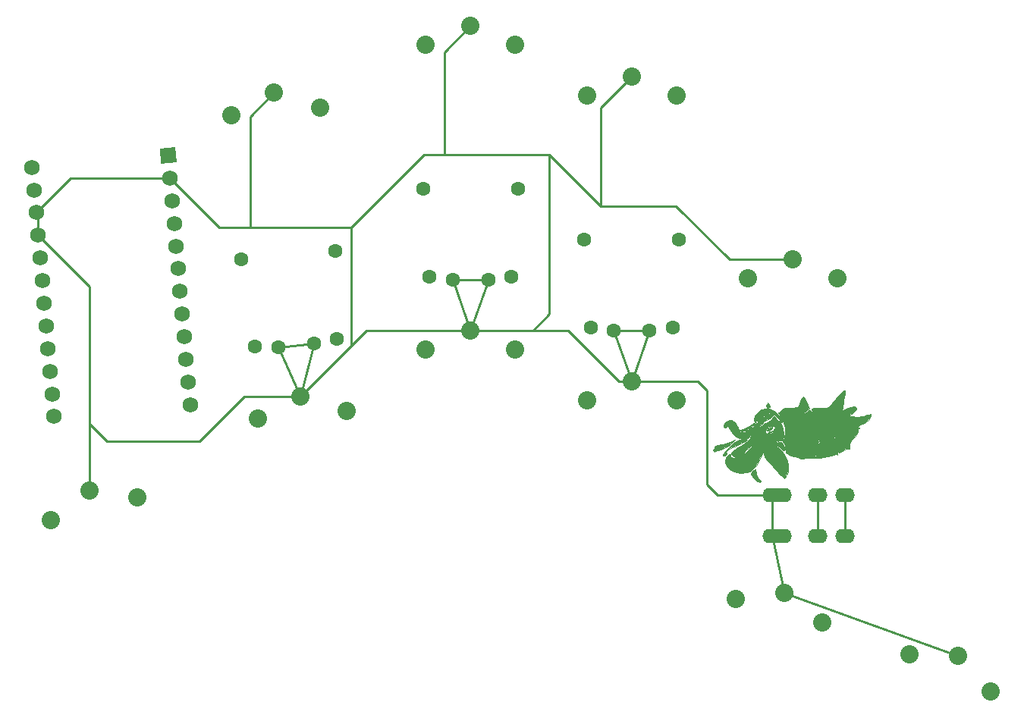
<source format=gbr>
%TF.GenerationSoftware,KiCad,Pcbnew,(5.1.9)-1*%
%TF.CreationDate,2021-06-29T12:17:40+02:00*%
%TF.ProjectId,metasepia_pfefferi,6d657461-7365-4706-9961-5f7066656666,VERSION_HERE*%
%TF.SameCoordinates,Original*%
%TF.FileFunction,Copper,L2,Bot*%
%TF.FilePolarity,Positive*%
%FSLAX46Y46*%
G04 Gerber Fmt 4.6, Leading zero omitted, Abs format (unit mm)*
G04 Created by KiCad (PCBNEW (5.1.9)-1) date 2021-06-29 12:17:40*
%MOMM*%
%LPD*%
G01*
G04 APERTURE LIST*
%TA.AperFunction,EtchedComponent*%
%ADD10C,0.010000*%
%TD*%
%TA.AperFunction,ComponentPad*%
%ADD11C,2.032000*%
%TD*%
%TA.AperFunction,ComponentPad*%
%ADD12C,1.600000*%
%TD*%
%TA.AperFunction,ComponentPad*%
%ADD13C,0.100000*%
%TD*%
%TA.AperFunction,ComponentPad*%
%ADD14C,1.752600*%
%TD*%
%TA.AperFunction,ComponentPad*%
%ADD15O,2.200000X1.600000*%
%TD*%
%TA.AperFunction,Conductor*%
%ADD16C,0.250000*%
%TD*%
G04 APERTURE END LIST*
D10*
%TO.C,G\u002A\u002A\u002A*%
G36*
X81322227Y23819283D02*
G01*
X81365714Y23608410D01*
X81396326Y23446074D01*
X81518394Y23060589D01*
X81690240Y22835425D01*
X81857255Y22671049D01*
X81871922Y22580300D01*
X81734115Y22562622D01*
X81630915Y22576822D01*
X81446486Y22648107D01*
X81264648Y22813688D01*
X81073072Y23069954D01*
X80917205Y23310617D01*
X80811254Y23495761D01*
X80779270Y23579623D01*
X80846433Y23659987D01*
X80989984Y23769801D01*
X81150922Y23870384D01*
X81270245Y23923050D01*
X81296297Y23918591D01*
X81322227Y23819283D01*
G37*
X81322227Y23819283D02*
X81365714Y23608410D01*
X81396326Y23446074D01*
X81518394Y23060589D01*
X81690240Y22835425D01*
X81857255Y22671049D01*
X81871922Y22580300D01*
X81734115Y22562622D01*
X81630915Y22576822D01*
X81446486Y22648107D01*
X81264648Y22813688D01*
X81073072Y23069954D01*
X80917205Y23310617D01*
X80811254Y23495761D01*
X80779270Y23579623D01*
X80846433Y23659987D01*
X80989984Y23769801D01*
X81150922Y23870384D01*
X81270245Y23923050D01*
X81296297Y23918591D01*
X81322227Y23819283D01*
G36*
X83098414Y30683087D02*
G01*
X83506136Y30430021D01*
X83868751Y30029375D01*
X84071088Y29699889D01*
X84200537Y29443804D01*
X84284374Y29254509D01*
X84304680Y29172517D01*
X84304450Y29172339D01*
X84223345Y29207281D01*
X84072383Y29332107D01*
X83891470Y29507756D01*
X83720510Y29695170D01*
X83599407Y29855289D01*
X83589197Y29872431D01*
X83437422Y30022713D01*
X83269239Y30019466D01*
X83137181Y29878732D01*
X83019712Y29761191D01*
X82806295Y29624496D01*
X82686078Y29563879D01*
X82240998Y29279564D01*
X81919522Y28903066D01*
X81740016Y28457382D01*
X81721966Y28356378D01*
X81690447Y28124480D01*
X81686692Y28051923D01*
X81713719Y28130532D01*
X81752942Y28272496D01*
X81808459Y28403697D01*
X82360926Y28306282D01*
X82360322Y28142577D01*
X82395712Y28079157D01*
X82595375Y27921584D01*
X82869964Y27914098D01*
X83167419Y28027461D01*
X83416026Y28214475D01*
X83527144Y28432528D01*
X83487380Y28652330D01*
X83467500Y28683748D01*
X83291941Y28811135D01*
X83042281Y28791928D01*
X82800951Y28680240D01*
X82504243Y28480226D01*
X82360926Y28306282D01*
X81808459Y28403697D01*
X81932978Y28697969D01*
X82224227Y29014899D01*
X82619760Y29238242D01*
X82941280Y29411874D01*
X83130054Y29613042D01*
X83164237Y29678623D01*
X83295031Y29871898D01*
X83431254Y29896757D01*
X83563682Y29753483D01*
X83606834Y29665061D01*
X83714356Y29491623D01*
X83823394Y29411943D01*
X83990457Y29307534D01*
X84153359Y29082747D01*
X84286860Y28785222D01*
X84365720Y28462595D01*
X84374752Y28371339D01*
X84401966Y28111264D01*
X84442326Y27925505D01*
X84468259Y27874346D01*
X84497492Y27760164D01*
X84487047Y27550521D01*
X84477146Y27486166D01*
X84426689Y27274533D01*
X84354062Y27190278D01*
X84229307Y27191050D01*
X84005188Y27177371D01*
X83744273Y27089870D01*
X83504842Y26957404D01*
X83345176Y26808828D01*
X83313482Y26737607D01*
X83375828Y26666542D01*
X83546260Y26562454D01*
X83639814Y26516128D01*
X83885148Y26358493D01*
X84138582Y26099843D01*
X84398254Y25755778D01*
X84622341Y25414666D01*
X84763731Y25133442D01*
X84850406Y24843835D01*
X84904676Y24520212D01*
X84944829Y24176342D01*
X84948517Y23933054D01*
X84909640Y23724346D01*
X84822094Y23484213D01*
X84805088Y23443086D01*
X84690550Y23194778D01*
X84588912Y23019582D01*
X84538501Y22966017D01*
X84453745Y23013229D01*
X84280586Y23165907D01*
X84040573Y23400735D01*
X83755255Y23694397D01*
X83446180Y24023579D01*
X83134898Y24364964D01*
X82842957Y24695239D01*
X82591906Y24991088D01*
X82403294Y25229195D01*
X82298669Y25386245D01*
X82295260Y25393151D01*
X82221136Y25617050D01*
X82222252Y25865054D01*
X82271249Y26112478D01*
X82320985Y26351956D01*
X82336244Y26503383D01*
X82322867Y26533233D01*
X82276152Y26446176D01*
X82204707Y26237350D01*
X82123027Y25949712D01*
X82113220Y25911921D01*
X81931551Y25370573D01*
X81677292Y24837762D01*
X81380035Y24367625D01*
X81082313Y24026085D01*
X80667711Y23749120D01*
X80178167Y23587876D01*
X79655956Y23543014D01*
X79143346Y23615195D01*
X78682612Y23805083D01*
X78438801Y23984722D01*
X78172300Y24249001D01*
X78019750Y24466784D01*
X77955469Y24687366D01*
X77951375Y24920215D01*
X78029866Y25256290D01*
X78189445Y25487674D01*
X78345789Y25620940D01*
X78471431Y25667035D01*
X78528454Y25623929D01*
X78487663Y25503656D01*
X78487125Y25391305D01*
X78614180Y25312906D01*
X78830094Y25270651D01*
X79096131Y25266737D01*
X79373556Y25303357D01*
X79623634Y25382706D01*
X79718448Y25433920D01*
X79883786Y25559529D01*
X80105527Y25751826D01*
X80348978Y25977477D01*
X80579448Y26203152D01*
X80762243Y26395518D01*
X80862671Y26521245D01*
X80871750Y26541982D01*
X80831382Y26566157D01*
X80704086Y26496949D01*
X80522704Y26360679D01*
X80320079Y26183669D01*
X80129050Y25992238D01*
X80010858Y25852014D01*
X79736690Y25575804D01*
X79430618Y25405317D01*
X79126530Y25345916D01*
X78858316Y25402963D01*
X78659863Y25581820D01*
X78631044Y25633664D01*
X78592212Y25724402D01*
X78589812Y25802685D01*
X78643673Y25887944D01*
X78773624Y25999612D01*
X78999495Y26157118D01*
X79341115Y26379898D01*
X79491155Y26476538D01*
X79947109Y26777226D01*
X80281315Y27018344D01*
X80519699Y27223186D01*
X80688187Y27415044D01*
X80812707Y27617211D01*
X80853320Y27700355D01*
X80909732Y27828861D01*
X80890272Y27828834D01*
X80779300Y27699136D01*
X80775632Y27694722D01*
X80537094Y27491545D01*
X80214926Y27378587D01*
X79897365Y27342983D01*
X79481614Y27392436D01*
X79103230Y27588995D01*
X78754028Y27939355D01*
X78425820Y28450211D01*
X78339561Y28616891D01*
X78245190Y28796899D01*
X78188996Y28841246D01*
X78134081Y28766052D01*
X78109723Y28717293D01*
X77987016Y28591600D01*
X77855207Y28604166D01*
X77771819Y28737575D01*
X77764933Y28821681D01*
X77854299Y29100892D01*
X78085485Y29331338D01*
X78247926Y29418802D01*
X78432092Y29472635D01*
X78610402Y29444245D01*
X78790190Y29363876D01*
X78977017Y29244464D01*
X79119938Y29076307D01*
X79254358Y28812001D01*
X79318571Y28656457D01*
X79468875Y28322733D01*
X79616650Y28134473D01*
X79799617Y28072662D01*
X80055495Y28118286D01*
X80251401Y28186189D01*
X80470766Y28284750D01*
X80701957Y28427366D01*
X80976552Y28636850D01*
X81326128Y28936017D01*
X81483014Y29075997D01*
X81568911Y29217043D01*
X81550132Y29339567D01*
X81453144Y29389312D01*
X81349596Y29349498D01*
X81204204Y29280902D01*
X81138772Y29345297D01*
X81145916Y29553387D01*
X81157884Y29627451D01*
X81216627Y29795410D01*
X81875350Y29679260D01*
X81883927Y29671042D01*
X81995630Y29700411D01*
X82188080Y29792721D01*
X82256002Y29830880D01*
X82521077Y29957044D01*
X82850827Y30077555D01*
X83007746Y30123238D01*
X83233048Y30189802D01*
X83353229Y30241916D01*
X83352080Y30263851D01*
X83190499Y30251884D01*
X82928817Y30185858D01*
X82620390Y30083301D01*
X82318573Y29961740D01*
X82100310Y29852672D01*
X81936973Y29745857D01*
X81875350Y29679260D01*
X81216627Y29795410D01*
X81315422Y30077878D01*
X81600190Y30429375D01*
X81992135Y30666573D01*
X82471208Y30774104D01*
X82659211Y30778169D01*
X83098414Y30683087D01*
G37*
X83098414Y30683087D02*
X83506136Y30430021D01*
X83868751Y30029375D01*
X84071088Y29699889D01*
X84200537Y29443804D01*
X84284374Y29254509D01*
X84304680Y29172517D01*
X84304450Y29172339D01*
X84223345Y29207281D01*
X84072383Y29332107D01*
X83891470Y29507756D01*
X83720510Y29695170D01*
X83599407Y29855289D01*
X83589197Y29872431D01*
X83437422Y30022713D01*
X83269239Y30019466D01*
X83137181Y29878732D01*
X83019712Y29761191D01*
X82806295Y29624496D01*
X82686078Y29563879D01*
X82240998Y29279564D01*
X81919522Y28903066D01*
X81740016Y28457382D01*
X81721966Y28356378D01*
X81690447Y28124480D01*
X81686692Y28051923D01*
X81713719Y28130532D01*
X81752942Y28272496D01*
X81808459Y28403697D01*
X82360926Y28306282D01*
X82360322Y28142577D01*
X82395712Y28079157D01*
X82595375Y27921584D01*
X82869964Y27914098D01*
X83167419Y28027461D01*
X83416026Y28214475D01*
X83527144Y28432528D01*
X83487380Y28652330D01*
X83467500Y28683748D01*
X83291941Y28811135D01*
X83042281Y28791928D01*
X82800951Y28680240D01*
X82504243Y28480226D01*
X82360926Y28306282D01*
X81808459Y28403697D01*
X81932978Y28697969D01*
X82224227Y29014899D01*
X82619760Y29238242D01*
X82941280Y29411874D01*
X83130054Y29613042D01*
X83164237Y29678623D01*
X83295031Y29871898D01*
X83431254Y29896757D01*
X83563682Y29753483D01*
X83606834Y29665061D01*
X83714356Y29491623D01*
X83823394Y29411943D01*
X83990457Y29307534D01*
X84153359Y29082747D01*
X84286860Y28785222D01*
X84365720Y28462595D01*
X84374752Y28371339D01*
X84401966Y28111264D01*
X84442326Y27925505D01*
X84468259Y27874346D01*
X84497492Y27760164D01*
X84487047Y27550521D01*
X84477146Y27486166D01*
X84426689Y27274533D01*
X84354062Y27190278D01*
X84229307Y27191050D01*
X84005188Y27177371D01*
X83744273Y27089870D01*
X83504842Y26957404D01*
X83345176Y26808828D01*
X83313482Y26737607D01*
X83375828Y26666542D01*
X83546260Y26562454D01*
X83639814Y26516128D01*
X83885148Y26358493D01*
X84138582Y26099843D01*
X84398254Y25755778D01*
X84622341Y25414666D01*
X84763731Y25133442D01*
X84850406Y24843835D01*
X84904676Y24520212D01*
X84944829Y24176342D01*
X84948517Y23933054D01*
X84909640Y23724346D01*
X84822094Y23484213D01*
X84805088Y23443086D01*
X84690550Y23194778D01*
X84588912Y23019582D01*
X84538501Y22966017D01*
X84453745Y23013229D01*
X84280586Y23165907D01*
X84040573Y23400735D01*
X83755255Y23694397D01*
X83446180Y24023579D01*
X83134898Y24364964D01*
X82842957Y24695239D01*
X82591906Y24991088D01*
X82403294Y25229195D01*
X82298669Y25386245D01*
X82295260Y25393151D01*
X82221136Y25617050D01*
X82222252Y25865054D01*
X82271249Y26112478D01*
X82320985Y26351956D01*
X82336244Y26503383D01*
X82322867Y26533233D01*
X82276152Y26446176D01*
X82204707Y26237350D01*
X82123027Y25949712D01*
X82113220Y25911921D01*
X81931551Y25370573D01*
X81677292Y24837762D01*
X81380035Y24367625D01*
X81082313Y24026085D01*
X80667711Y23749120D01*
X80178167Y23587876D01*
X79655956Y23543014D01*
X79143346Y23615195D01*
X78682612Y23805083D01*
X78438801Y23984722D01*
X78172300Y24249001D01*
X78019750Y24466784D01*
X77955469Y24687366D01*
X77951375Y24920215D01*
X78029866Y25256290D01*
X78189445Y25487674D01*
X78345789Y25620940D01*
X78471431Y25667035D01*
X78528454Y25623929D01*
X78487663Y25503656D01*
X78487125Y25391305D01*
X78614180Y25312906D01*
X78830094Y25270651D01*
X79096131Y25266737D01*
X79373556Y25303357D01*
X79623634Y25382706D01*
X79718448Y25433920D01*
X79883786Y25559529D01*
X80105527Y25751826D01*
X80348978Y25977477D01*
X80579448Y26203152D01*
X80762243Y26395518D01*
X80862671Y26521245D01*
X80871750Y26541982D01*
X80831382Y26566157D01*
X80704086Y26496949D01*
X80522704Y26360679D01*
X80320079Y26183669D01*
X80129050Y25992238D01*
X80010858Y25852014D01*
X79736690Y25575804D01*
X79430618Y25405317D01*
X79126530Y25345916D01*
X78858316Y25402963D01*
X78659863Y25581820D01*
X78631044Y25633664D01*
X78592212Y25724402D01*
X78589812Y25802685D01*
X78643673Y25887944D01*
X78773624Y25999612D01*
X78999495Y26157118D01*
X79341115Y26379898D01*
X79491155Y26476538D01*
X79947109Y26777226D01*
X80281315Y27018344D01*
X80519699Y27223186D01*
X80688187Y27415044D01*
X80812707Y27617211D01*
X80853320Y27700355D01*
X80909732Y27828861D01*
X80890272Y27828834D01*
X80779300Y27699136D01*
X80775632Y27694722D01*
X80537094Y27491545D01*
X80214926Y27378587D01*
X79897365Y27342983D01*
X79481614Y27392436D01*
X79103230Y27588995D01*
X78754028Y27939355D01*
X78425820Y28450211D01*
X78339561Y28616891D01*
X78245190Y28796899D01*
X78188996Y28841246D01*
X78134081Y28766052D01*
X78109723Y28717293D01*
X77987016Y28591600D01*
X77855207Y28604166D01*
X77771819Y28737575D01*
X77764933Y28821681D01*
X77854299Y29100892D01*
X78085485Y29331338D01*
X78247926Y29418802D01*
X78432092Y29472635D01*
X78610402Y29444245D01*
X78790190Y29363876D01*
X78977017Y29244464D01*
X79119938Y29076307D01*
X79254358Y28812001D01*
X79318571Y28656457D01*
X79468875Y28322733D01*
X79616650Y28134473D01*
X79799617Y28072662D01*
X80055495Y28118286D01*
X80251401Y28186189D01*
X80470766Y28284750D01*
X80701957Y28427366D01*
X80976552Y28636850D01*
X81326128Y28936017D01*
X81483014Y29075997D01*
X81568911Y29217043D01*
X81550132Y29339567D01*
X81453144Y29389312D01*
X81349596Y29349498D01*
X81204204Y29280902D01*
X81138772Y29345297D01*
X81145916Y29553387D01*
X81157884Y29627451D01*
X81216627Y29795410D01*
X81875350Y29679260D01*
X81883927Y29671042D01*
X81995630Y29700411D01*
X82188080Y29792721D01*
X82256002Y29830880D01*
X82521077Y29957044D01*
X82850827Y30077555D01*
X83007746Y30123238D01*
X83233048Y30189802D01*
X83353229Y30241916D01*
X83352080Y30263851D01*
X83190499Y30251884D01*
X82928817Y30185858D01*
X82620390Y30083301D01*
X82318573Y29961740D01*
X82100310Y29852672D01*
X81936973Y29745857D01*
X81875350Y29679260D01*
X81216627Y29795410D01*
X81315422Y30077878D01*
X81600190Y30429375D01*
X81992135Y30666573D01*
X82471208Y30774104D01*
X82659211Y30778169D01*
X83098414Y30683087D01*
G36*
X80272106Y27175695D02*
G01*
X80078044Y27061059D01*
X79771603Y26904051D01*
X79367275Y26712616D01*
X78956447Y26528325D01*
X78512993Y26323430D01*
X78217750Y26161569D01*
X78057465Y26034759D01*
X78018681Y25963854D01*
X78031218Y25822523D01*
X78075768Y25782874D01*
X78109077Y25725245D01*
X78045271Y25618718D01*
X77925398Y25512296D01*
X77802730Y25456953D01*
X77695608Y25487301D01*
X77688788Y25555664D01*
X77805299Y25828091D01*
X78063729Y26160909D01*
X78453296Y26541317D01*
X78682793Y26736311D01*
X78985186Y26976838D01*
X79202881Y27125599D01*
X79377959Y27203085D01*
X79552499Y27229786D01*
X79695260Y27229287D01*
X79974658Y27227347D01*
X80207843Y27238831D01*
X80265129Y27246060D01*
X80339298Y27240011D01*
X80272106Y27175695D01*
G37*
X80272106Y27175695D02*
X80078044Y27061059D01*
X79771603Y26904051D01*
X79367275Y26712616D01*
X78956447Y26528325D01*
X78512993Y26323430D01*
X78217750Y26161569D01*
X78057465Y26034759D01*
X78018681Y25963854D01*
X78031218Y25822523D01*
X78075768Y25782874D01*
X78109077Y25725245D01*
X78045271Y25618718D01*
X77925398Y25512296D01*
X77802730Y25456953D01*
X77695608Y25487301D01*
X77688788Y25555664D01*
X77805299Y25828091D01*
X78063729Y26160909D01*
X78453296Y26541317D01*
X78682793Y26736311D01*
X78985186Y26976838D01*
X79202881Y27125599D01*
X79377959Y27203085D01*
X79552499Y27229786D01*
X79695260Y27229287D01*
X79974658Y27227347D01*
X80207843Y27238831D01*
X80265129Y27246060D01*
X80339298Y27240011D01*
X80272106Y27175695D01*
G36*
X78966774Y27187030D02*
G01*
X78792983Y27028937D01*
X78607905Y26867625D01*
X78173434Y26531655D01*
X77738999Y26292122D01*
X77397524Y26157937D01*
X77060055Y26041742D01*
X76848433Y25974671D01*
X76728559Y25950235D01*
X76666342Y25961943D01*
X76627686Y26003306D01*
X76622673Y26010437D01*
X76598923Y26174007D01*
X76686246Y26371000D01*
X76846000Y26555715D01*
X77039551Y26682444D01*
X77213018Y26708756D01*
X77394744Y26719183D01*
X77684363Y26780369D01*
X78033386Y26878134D01*
X78393321Y26998294D01*
X78715679Y27126664D01*
X78835514Y27183309D01*
X78979054Y27251754D01*
X79025803Y27257148D01*
X78966774Y27187030D01*
G37*
X78966774Y27187030D02*
X78792983Y27028937D01*
X78607905Y26867625D01*
X78173434Y26531655D01*
X77738999Y26292122D01*
X77397524Y26157937D01*
X77060055Y26041742D01*
X76848433Y25974671D01*
X76728559Y25950235D01*
X76666342Y25961943D01*
X76627686Y26003306D01*
X76622673Y26010437D01*
X76598923Y26174007D01*
X76686246Y26371000D01*
X76846000Y26555715D01*
X77039551Y26682444D01*
X77213018Y26708756D01*
X77394744Y26719183D01*
X77684363Y26780369D01*
X78033386Y26878134D01*
X78393321Y26998294D01*
X78715679Y27126664D01*
X78835514Y27183309D01*
X78979054Y27251754D01*
X79025803Y27257148D01*
X78966774Y27187030D01*
G36*
X91288063Y32658017D02*
G01*
X91270272Y32443121D01*
X91224100Y32129430D01*
X91162134Y31793262D01*
X91089861Y31404765D01*
X91037203Y31068875D01*
X91009791Y30825373D01*
X91010383Y30721380D01*
X90981300Y30627661D01*
X90835759Y30517160D01*
X90554489Y30376827D01*
X90406005Y30312111D01*
X89994474Y30136869D01*
X89723798Y30019885D01*
X89578911Y29953378D01*
X89544743Y29929565D01*
X89606229Y29940664D01*
X89748299Y29978892D01*
X89775475Y29986442D01*
X89992467Y30063254D01*
X90316529Y30198207D01*
X90703979Y30372323D01*
X91111136Y30566621D01*
X91114107Y30568084D01*
X91604966Y30798302D01*
X91971634Y30940367D01*
X92232618Y30997294D01*
X92406423Y30972095D01*
X92511553Y30867787D01*
X92539927Y30800366D01*
X92550081Y30702096D01*
X92498620Y30595616D01*
X92363568Y30455684D01*
X92122949Y30257061D01*
X91950790Y30123718D01*
X91668943Y29895264D01*
X91444969Y29690046D01*
X91309884Y29537727D01*
X91284625Y29486612D01*
X91283251Y29395511D01*
X91335036Y29461789D01*
X91335687Y29462888D01*
X91442677Y29603661D01*
X91601948Y29776949D01*
X91736924Y29891722D01*
X91870818Y29927064D01*
X92068917Y29891500D01*
X92196520Y29854600D01*
X92507534Y29786989D01*
X92736123Y29807309D01*
X92811530Y29836505D01*
X93031124Y29903173D01*
X93190906Y29909518D01*
X93363402Y29921155D01*
X93616065Y29983204D01*
X93745956Y30027058D01*
X93976739Y30097030D01*
X94132984Y30114881D01*
X94169327Y30097670D01*
X94155992Y29979635D01*
X94086360Y29775245D01*
X94052713Y29696529D01*
X93911068Y29463733D01*
X93698926Y29286226D01*
X93469333Y29163204D01*
X93210652Y29033698D01*
X93008205Y28920663D01*
X92931315Y28868636D01*
X92772340Y28801214D01*
X92615173Y28782220D01*
X92496592Y28777324D01*
X92531303Y28756314D01*
X92669317Y28723605D01*
X92872125Y28651654D01*
X92908599Y28572078D01*
X92780149Y28500362D01*
X92646256Y28470927D01*
X92438406Y28424934D01*
X92384504Y28385747D01*
X92489538Y28363681D01*
X92593640Y28362134D01*
X92748569Y28347046D01*
X92768831Y28273991D01*
X92743944Y28216243D01*
X92653533Y28025279D01*
X92570874Y27840317D01*
X92430838Y27625279D01*
X92241965Y27438631D01*
X91966529Y27156901D01*
X91805101Y26835199D01*
X91780598Y26519765D01*
X91782224Y26510850D01*
X91816345Y26304737D01*
X91792810Y26222338D01*
X91684550Y26220823D01*
X91607278Y26234006D01*
X91400873Y26208948D01*
X91126557Y26093975D01*
X91007889Y26025373D01*
X90748859Y25884996D01*
X90590939Y25864748D01*
X90511449Y25969215D01*
X90489754Y26130151D01*
X90479894Y26162301D01*
X90464068Y26050058D01*
X90454586Y25937567D01*
X90427706Y25571576D01*
X90198786Y25746246D01*
X90010708Y25870936D01*
X89866574Y25935279D01*
X89860837Y25936264D01*
X89846628Y25908734D01*
X89952725Y25821170D01*
X89982358Y25801368D01*
X90212907Y25651124D01*
X89981756Y25554167D01*
X89720154Y25474333D01*
X89337733Y25394445D01*
X88882875Y25321042D01*
X88403965Y25260665D01*
X87949388Y25219855D01*
X87567525Y25205152D01*
X87428563Y25209020D01*
X87101613Y25216940D01*
X86811573Y25203327D01*
X86649246Y25177478D01*
X86376295Y25164356D01*
X86225244Y25210719D01*
X86025714Y25285027D01*
X85742983Y25361983D01*
X85594241Y25394296D01*
X85282404Y25482503D01*
X84995314Y25607192D01*
X84899620Y25665549D01*
X84723168Y25824963D01*
X84655752Y26010160D01*
X84652458Y26191574D01*
X84642341Y26257935D01*
X87612608Y25734197D01*
X87626050Y25686842D01*
X87661766Y25618621D01*
X87812096Y25457810D01*
X87984428Y25435982D01*
X88128398Y25555723D01*
X88147942Y25593685D01*
X88206940Y25788803D01*
X88211246Y25904921D01*
X88180858Y25919730D01*
X88140901Y25796160D01*
X88139531Y25789598D01*
X88042591Y25591018D01*
X87886726Y25534259D01*
X87710634Y25631939D01*
X87697891Y25645620D01*
X87612608Y25734197D01*
X84642341Y26257935D01*
X84594161Y26573936D01*
X84478194Y26812867D01*
X84407626Y26939088D01*
X86690133Y26536621D01*
X86705011Y26499284D01*
X86710192Y26498269D01*
X86897830Y26509634D01*
X86971604Y26532206D01*
X87079732Y26597292D01*
X87051206Y26630983D01*
X86917611Y26621101D01*
X86812934Y26593373D01*
X86690133Y26536621D01*
X84407626Y26939088D01*
X84383490Y26982259D01*
X84370004Y27072166D01*
X84388904Y27076937D01*
X84461329Y27142349D01*
X84529215Y27338113D01*
X84559480Y27492741D01*
X88163170Y26857313D01*
X88200238Y26841546D01*
X88338380Y26870396D01*
X88407815Y26915711D01*
X88474190Y27029131D01*
X88413169Y27141949D01*
X88297273Y27228432D01*
X88240785Y27226738D01*
X88242236Y27175606D01*
X88275044Y27165460D01*
X88349191Y27092853D01*
X88328464Y26974185D01*
X88229341Y26890963D01*
X88219024Y26888385D01*
X88163170Y26857313D01*
X84559480Y27492741D01*
X84585420Y27625266D01*
X84622799Y27964847D01*
X84625986Y28063445D01*
X89541489Y27196709D01*
X89887810Y27319139D01*
X90102247Y27409536D01*
X90179353Y27491669D01*
X90158641Y27573970D01*
X90046263Y27696129D01*
X89988910Y27721671D01*
X89958840Y27690753D01*
X90005466Y27633963D01*
X90054246Y27553300D01*
X89991439Y27468249D01*
X89828875Y27363832D01*
X89541489Y27196709D01*
X84625986Y28063445D01*
X84634210Y28317895D01*
X84632165Y28403773D01*
X84614434Y28526044D01*
X89442894Y27674656D01*
X89491762Y27646061D01*
X89676701Y27654048D01*
X89755347Y27678198D01*
X89831859Y27729178D01*
X89772629Y27747762D01*
X89609110Y27728404D01*
X89546896Y27714954D01*
X89442894Y27674656D01*
X84614434Y28526044D01*
X84584967Y28729227D01*
X84533088Y28881862D01*
X91242914Y27698739D01*
X91372143Y27732612D01*
X91556951Y27808717D01*
X91644000Y27871088D01*
X91652910Y27982482D01*
X91555604Y28098630D01*
X91429532Y28152818D01*
X91414513Y28120794D01*
X91479055Y28053752D01*
X91559183Y27967093D01*
X91523912Y27895156D01*
X91392876Y27808789D01*
X91247529Y27718424D01*
X91242914Y27698739D01*
X84533088Y28881862D01*
X84457295Y29104856D01*
X84238444Y29565341D01*
X83860718Y30291596D01*
X83886562Y30314558D01*
X84403957Y30223327D01*
X84503844Y30255127D01*
X84597470Y30299236D01*
X84815681Y30385210D01*
X84963746Y30374411D01*
X85047248Y30322335D01*
X85196705Y30222559D01*
X85270971Y30191812D01*
X85262133Y30229945D01*
X85148974Y30334499D01*
X85131982Y30348163D01*
X84895355Y30463357D01*
X84653807Y30421433D01*
X84446689Y30278988D01*
X84403957Y30223327D01*
X83886562Y30314558D01*
X84159711Y30557243D01*
X84377963Y30723329D01*
X84587743Y30794567D01*
X84874415Y30799299D01*
X84886697Y30798619D01*
X85240968Y30805052D01*
X85609057Y30850510D01*
X85712546Y30872529D01*
X85957494Y30944851D01*
X86095778Y31041704D01*
X86185765Y31218142D01*
X86234503Y31364871D01*
X86371850Y31736697D01*
X86507456Y31985166D01*
X86630097Y32091133D01*
X86661119Y32092569D01*
X86746404Y32010976D01*
X86838449Y31833698D01*
X86842156Y31824223D01*
X86936077Y31592236D01*
X87060663Y31298502D01*
X87117410Y31168507D01*
X87294872Y30766459D01*
X87095395Y30588035D01*
X86914392Y30376363D01*
X86798825Y30173897D01*
X86652561Y29962422D01*
X86458853Y29808017D01*
X86317816Y29717501D01*
X86289917Y29665946D01*
X86297678Y29663443D01*
X86449668Y29711082D01*
X86481741Y29737514D01*
X92129473Y28741667D01*
X92209077Y28713863D01*
X92319926Y28710125D01*
X92326236Y28738360D01*
X92218150Y28777941D01*
X92167584Y28773122D01*
X92129473Y28741667D01*
X86481741Y29737514D01*
X86644860Y29871938D01*
X86845229Y30110646D01*
X86946547Y30266901D01*
X87138397Y30512974D01*
X87323850Y30593483D01*
X87492600Y30508558D01*
X87634338Y30258333D01*
X87634441Y30258057D01*
X87743231Y30034263D01*
X87862191Y29881716D01*
X87887829Y29863374D01*
X87977777Y29821392D01*
X87941719Y29880665D01*
X87911689Y29915968D01*
X87813272Y30074786D01*
X87704434Y30312112D01*
X87678012Y30380668D01*
X87553846Y30718382D01*
X87854035Y30800988D01*
X88131192Y30837699D01*
X88453445Y30827788D01*
X88541821Y30815249D01*
X88916940Y30784662D01*
X89245791Y30846844D01*
X89555470Y31017272D01*
X89873069Y31311422D01*
X90225684Y31744765D01*
X90267066Y31800634D01*
X90550148Y32156998D01*
X90821666Y32447400D01*
X91057286Y32649110D01*
X91232678Y32739401D01*
X91273556Y32740809D01*
X91288063Y32658017D01*
G37*
X91288063Y32658017D02*
X91270272Y32443121D01*
X91224100Y32129430D01*
X91162134Y31793262D01*
X91089861Y31404765D01*
X91037203Y31068875D01*
X91009791Y30825373D01*
X91010383Y30721380D01*
X90981300Y30627661D01*
X90835759Y30517160D01*
X90554489Y30376827D01*
X90406005Y30312111D01*
X89994474Y30136869D01*
X89723798Y30019885D01*
X89578911Y29953378D01*
X89544743Y29929565D01*
X89606229Y29940664D01*
X89748299Y29978892D01*
X89775475Y29986442D01*
X89992467Y30063254D01*
X90316529Y30198207D01*
X90703979Y30372323D01*
X91111136Y30566621D01*
X91114107Y30568084D01*
X91604966Y30798302D01*
X91971634Y30940367D01*
X92232618Y30997294D01*
X92406423Y30972095D01*
X92511553Y30867787D01*
X92539927Y30800366D01*
X92550081Y30702096D01*
X92498620Y30595616D01*
X92363568Y30455684D01*
X92122949Y30257061D01*
X91950790Y30123718D01*
X91668943Y29895264D01*
X91444969Y29690046D01*
X91309884Y29537727D01*
X91284625Y29486612D01*
X91283251Y29395511D01*
X91335036Y29461789D01*
X91335687Y29462888D01*
X91442677Y29603661D01*
X91601948Y29776949D01*
X91736924Y29891722D01*
X91870818Y29927064D01*
X92068917Y29891500D01*
X92196520Y29854600D01*
X92507534Y29786989D01*
X92736123Y29807309D01*
X92811530Y29836505D01*
X93031124Y29903173D01*
X93190906Y29909518D01*
X93363402Y29921155D01*
X93616065Y29983204D01*
X93745956Y30027058D01*
X93976739Y30097030D01*
X94132984Y30114881D01*
X94169327Y30097670D01*
X94155992Y29979635D01*
X94086360Y29775245D01*
X94052713Y29696529D01*
X93911068Y29463733D01*
X93698926Y29286226D01*
X93469333Y29163204D01*
X93210652Y29033698D01*
X93008205Y28920663D01*
X92931315Y28868636D01*
X92772340Y28801214D01*
X92615173Y28782220D01*
X92496592Y28777324D01*
X92531303Y28756314D01*
X92669317Y28723605D01*
X92872125Y28651654D01*
X92908599Y28572078D01*
X92780149Y28500362D01*
X92646256Y28470927D01*
X92438406Y28424934D01*
X92384504Y28385747D01*
X92489538Y28363681D01*
X92593640Y28362134D01*
X92748569Y28347046D01*
X92768831Y28273991D01*
X92743944Y28216243D01*
X92653533Y28025279D01*
X92570874Y27840317D01*
X92430838Y27625279D01*
X92241965Y27438631D01*
X91966529Y27156901D01*
X91805101Y26835199D01*
X91780598Y26519765D01*
X91782224Y26510850D01*
X91816345Y26304737D01*
X91792810Y26222338D01*
X91684550Y26220823D01*
X91607278Y26234006D01*
X91400873Y26208948D01*
X91126557Y26093975D01*
X91007889Y26025373D01*
X90748859Y25884996D01*
X90590939Y25864748D01*
X90511449Y25969215D01*
X90489754Y26130151D01*
X90479894Y26162301D01*
X90464068Y26050058D01*
X90454586Y25937567D01*
X90427706Y25571576D01*
X90198786Y25746246D01*
X90010708Y25870936D01*
X89866574Y25935279D01*
X89860837Y25936264D01*
X89846628Y25908734D01*
X89952725Y25821170D01*
X89982358Y25801368D01*
X90212907Y25651124D01*
X89981756Y25554167D01*
X89720154Y25474333D01*
X89337733Y25394445D01*
X88882875Y25321042D01*
X88403965Y25260665D01*
X87949388Y25219855D01*
X87567525Y25205152D01*
X87428563Y25209020D01*
X87101613Y25216940D01*
X86811573Y25203327D01*
X86649246Y25177478D01*
X86376295Y25164356D01*
X86225244Y25210719D01*
X86025714Y25285027D01*
X85742983Y25361983D01*
X85594241Y25394296D01*
X85282404Y25482503D01*
X84995314Y25607192D01*
X84899620Y25665549D01*
X84723168Y25824963D01*
X84655752Y26010160D01*
X84652458Y26191574D01*
X84642341Y26257935D01*
X87612608Y25734197D01*
X87626050Y25686842D01*
X87661766Y25618621D01*
X87812096Y25457810D01*
X87984428Y25435982D01*
X88128398Y25555723D01*
X88147942Y25593685D01*
X88206940Y25788803D01*
X88211246Y25904921D01*
X88180858Y25919730D01*
X88140901Y25796160D01*
X88139531Y25789598D01*
X88042591Y25591018D01*
X87886726Y25534259D01*
X87710634Y25631939D01*
X87697891Y25645620D01*
X87612608Y25734197D01*
X84642341Y26257935D01*
X84594161Y26573936D01*
X84478194Y26812867D01*
X84407626Y26939088D01*
X86690133Y26536621D01*
X86705011Y26499284D01*
X86710192Y26498269D01*
X86897830Y26509634D01*
X86971604Y26532206D01*
X87079732Y26597292D01*
X87051206Y26630983D01*
X86917611Y26621101D01*
X86812934Y26593373D01*
X86690133Y26536621D01*
X84407626Y26939088D01*
X84383490Y26982259D01*
X84370004Y27072166D01*
X84388904Y27076937D01*
X84461329Y27142349D01*
X84529215Y27338113D01*
X84559480Y27492741D01*
X88163170Y26857313D01*
X88200238Y26841546D01*
X88338380Y26870396D01*
X88407815Y26915711D01*
X88474190Y27029131D01*
X88413169Y27141949D01*
X88297273Y27228432D01*
X88240785Y27226738D01*
X88242236Y27175606D01*
X88275044Y27165460D01*
X88349191Y27092853D01*
X88328464Y26974185D01*
X88229341Y26890963D01*
X88219024Y26888385D01*
X88163170Y26857313D01*
X84559480Y27492741D01*
X84585420Y27625266D01*
X84622799Y27964847D01*
X84625986Y28063445D01*
X89541489Y27196709D01*
X89887810Y27319139D01*
X90102247Y27409536D01*
X90179353Y27491669D01*
X90158641Y27573970D01*
X90046263Y27696129D01*
X89988910Y27721671D01*
X89958840Y27690753D01*
X90005466Y27633963D01*
X90054246Y27553300D01*
X89991439Y27468249D01*
X89828875Y27363832D01*
X89541489Y27196709D01*
X84625986Y28063445D01*
X84634210Y28317895D01*
X84632165Y28403773D01*
X84614434Y28526044D01*
X89442894Y27674656D01*
X89491762Y27646061D01*
X89676701Y27654048D01*
X89755347Y27678198D01*
X89831859Y27729178D01*
X89772629Y27747762D01*
X89609110Y27728404D01*
X89546896Y27714954D01*
X89442894Y27674656D01*
X84614434Y28526044D01*
X84584967Y28729227D01*
X84533088Y28881862D01*
X91242914Y27698739D01*
X91372143Y27732612D01*
X91556951Y27808717D01*
X91644000Y27871088D01*
X91652910Y27982482D01*
X91555604Y28098630D01*
X91429532Y28152818D01*
X91414513Y28120794D01*
X91479055Y28053752D01*
X91559183Y27967093D01*
X91523912Y27895156D01*
X91392876Y27808789D01*
X91247529Y27718424D01*
X91242914Y27698739D01*
X84533088Y28881862D01*
X84457295Y29104856D01*
X84238444Y29565341D01*
X83860718Y30291596D01*
X83886562Y30314558D01*
X84403957Y30223327D01*
X84503844Y30255127D01*
X84597470Y30299236D01*
X84815681Y30385210D01*
X84963746Y30374411D01*
X85047248Y30322335D01*
X85196705Y30222559D01*
X85270971Y30191812D01*
X85262133Y30229945D01*
X85148974Y30334499D01*
X85131982Y30348163D01*
X84895355Y30463357D01*
X84653807Y30421433D01*
X84446689Y30278988D01*
X84403957Y30223327D01*
X83886562Y30314558D01*
X84159711Y30557243D01*
X84377963Y30723329D01*
X84587743Y30794567D01*
X84874415Y30799299D01*
X84886697Y30798619D01*
X85240968Y30805052D01*
X85609057Y30850510D01*
X85712546Y30872529D01*
X85957494Y30944851D01*
X86095778Y31041704D01*
X86185765Y31218142D01*
X86234503Y31364871D01*
X86371850Y31736697D01*
X86507456Y31985166D01*
X86630097Y32091133D01*
X86661119Y32092569D01*
X86746404Y32010976D01*
X86838449Y31833698D01*
X86842156Y31824223D01*
X86936077Y31592236D01*
X87060663Y31298502D01*
X87117410Y31168507D01*
X87294872Y30766459D01*
X87095395Y30588035D01*
X86914392Y30376363D01*
X86798825Y30173897D01*
X86652561Y29962422D01*
X86458853Y29808017D01*
X86317816Y29717501D01*
X86289917Y29665946D01*
X86297678Y29663443D01*
X86449668Y29711082D01*
X86481741Y29737514D01*
X92129473Y28741667D01*
X92209077Y28713863D01*
X92319926Y28710125D01*
X92326236Y28738360D01*
X92218150Y28777941D01*
X92167584Y28773122D01*
X92129473Y28741667D01*
X86481741Y29737514D01*
X86644860Y29871938D01*
X86845229Y30110646D01*
X86946547Y30266901D01*
X87138397Y30512974D01*
X87323850Y30593483D01*
X87492600Y30508558D01*
X87634338Y30258333D01*
X87634441Y30258057D01*
X87743231Y30034263D01*
X87862191Y29881716D01*
X87887829Y29863374D01*
X87977777Y29821392D01*
X87941719Y29880665D01*
X87911689Y29915968D01*
X87813272Y30074786D01*
X87704434Y30312112D01*
X87678012Y30380668D01*
X87553846Y30718382D01*
X87854035Y30800988D01*
X88131192Y30837699D01*
X88453445Y30827788D01*
X88541821Y30815249D01*
X88916940Y30784662D01*
X89245791Y30846844D01*
X89555470Y31017272D01*
X89873069Y31311422D01*
X90225684Y31744765D01*
X90267066Y31800634D01*
X90550148Y32156998D01*
X90821666Y32447400D01*
X91057286Y32649110D01*
X91232678Y32739401D01*
X91273556Y32740809D01*
X91288063Y32658017D01*
G36*
X84228039Y26907986D02*
G01*
X84395174Y26690877D01*
X84531845Y26437928D01*
X84575247Y26232380D01*
X84538021Y26100767D01*
X84432807Y26069625D01*
X84272246Y26165490D01*
X84187382Y26254670D01*
X84000437Y26419304D01*
X83748827Y26577301D01*
X83691376Y26605858D01*
X83362177Y26759862D01*
X83646620Y26915350D01*
X83889157Y27025797D01*
X84066427Y27028300D01*
X84228039Y26907986D01*
G37*
X84228039Y26907986D02*
X84395174Y26690877D01*
X84531845Y26437928D01*
X84575247Y26232380D01*
X84538021Y26100767D01*
X84432807Y26069625D01*
X84272246Y26165490D01*
X84187382Y26254670D01*
X84000437Y26419304D01*
X83748827Y26577301D01*
X83691376Y26605858D01*
X83362177Y26759862D01*
X83646620Y26915350D01*
X83889157Y27025797D01*
X84066427Y27028300D01*
X84228039Y26907986D01*
G36*
X81416442Y29205182D02*
G01*
X81368746Y29156982D01*
X80918875Y28746994D01*
X80540292Y28459155D01*
X80275504Y28314340D01*
X80045532Y28253176D01*
X79813367Y28236548D01*
X79632141Y28262431D01*
X79554993Y28328801D01*
X79555618Y28341768D01*
X79638059Y28398364D01*
X79826418Y28452783D01*
X79872440Y28461533D01*
X80111869Y28535411D01*
X80414663Y28671347D01*
X80640698Y28796039D01*
X80917025Y28960765D01*
X81160960Y29100820D01*
X81292467Y29171774D01*
X81419635Y29230420D01*
X81416442Y29205182D01*
G37*
X81416442Y29205182D02*
X81368746Y29156982D01*
X80918875Y28746994D01*
X80540292Y28459155D01*
X80275504Y28314340D01*
X80045532Y28253176D01*
X79813367Y28236548D01*
X79632141Y28262431D01*
X79554993Y28328801D01*
X79555618Y28341768D01*
X79638059Y28398364D01*
X79826418Y28452783D01*
X79872440Y28461533D01*
X80111869Y28535411D01*
X80414663Y28671347D01*
X80640698Y28796039D01*
X80917025Y28960765D01*
X81160960Y29100820D01*
X81292467Y29171774D01*
X81419635Y29230420D01*
X81416442Y29205182D01*
G36*
X82775066Y31301407D02*
G01*
X82818461Y31221339D01*
X82914449Y31006260D01*
X82902012Y30904530D01*
X82769099Y30890264D01*
X82671054Y30904724D01*
X82500941Y30949960D01*
X82466571Y31034870D01*
X82514764Y31168707D01*
X82612730Y31365556D01*
X82688572Y31407895D01*
X82775066Y31301407D01*
G37*
X82775066Y31301407D02*
X82818461Y31221339D01*
X82914449Y31006260D01*
X82902012Y30904530D01*
X82769099Y30890264D01*
X82671054Y30904724D01*
X82500941Y30949960D01*
X82466571Y31034870D01*
X82514764Y31168707D01*
X82612730Y31365556D01*
X82688572Y31407895D01*
X82775066Y31301407D01*
G36*
X83437055Y28449323D02*
G01*
X83435969Y28440415D01*
X83332490Y28272771D01*
X83081414Y28117716D01*
X82853996Y28032336D01*
X82703503Y27990768D01*
X82693350Y28014283D01*
X82762192Y28077133D01*
X82949975Y28184884D01*
X83053390Y28213700D01*
X83222800Y28295369D01*
X83331359Y28404441D01*
X83418689Y28501415D01*
X83437055Y28449323D01*
G37*
X83437055Y28449323D02*
X83435969Y28440415D01*
X83332490Y28272771D01*
X83081414Y28117716D01*
X82853996Y28032336D01*
X82703503Y27990768D01*
X82693350Y28014283D01*
X82762192Y28077133D01*
X82949975Y28184884D01*
X83053390Y28213700D01*
X83222800Y28295369D01*
X83331359Y28404441D01*
X83418689Y28501415D01*
X83437055Y28449323D01*
G36*
X83177989Y28686562D02*
G01*
X83149031Y28586759D01*
X83055902Y28487737D01*
X82897379Y28391294D01*
X82727199Y28320441D01*
X82599098Y28298192D01*
X82563662Y28336080D01*
X82638295Y28420501D01*
X82802423Y28539990D01*
X82994477Y28653116D01*
X83115455Y28707359D01*
X83177989Y28686562D01*
G37*
X83177989Y28686562D02*
X83149031Y28586759D01*
X83055902Y28487737D01*
X82897379Y28391294D01*
X82727199Y28320441D01*
X82599098Y28298192D01*
X82563662Y28336080D01*
X82638295Y28420501D01*
X82802423Y28539990D01*
X82994477Y28653116D01*
X83115455Y28707359D01*
X83177989Y28686562D01*
%TD*%
D11*
%TO.P,S1,1*%
%TO.N,P9*%
X12336177Y20859717D03*
%TO.P,S1,2*%
%TO.N,GND*%
X6963028Y21594066D03*
%TO.P,S1,1*%
%TO.N,P9*%
X2676918Y18271527D03*
%TO.P,S1,2*%
%TO.N,GND*%
X6963028Y21594066D03*
%TD*%
%TO.P,S2,1*%
%TO.N,P6*%
X35695274Y30472451D03*
%TO.P,S2,2*%
%TO.N,GND*%
X30531273Y32128681D03*
%TO.P,S2,1*%
%TO.N,P6*%
X25733327Y29600893D03*
%TO.P,S2,2*%
%TO.N,GND*%
X30531273Y32128681D03*
%TD*%
D12*
%TO.P,S3,3*%
%TO.N,N/C*%
X34429687Y48380293D03*
%TO.P,S3,4*%
X23870023Y47456442D03*
%TO.P,S3,1*%
%TO.N,P16*%
X25445768Y37706677D03*
%TO.P,S3,2*%
%TO.N,GND*%
X32026875Y37981303D03*
%TO.P,S3,1*%
%TO.N,P16*%
X34570911Y38505023D03*
%TO.P,S3,2*%
%TO.N,GND*%
X28042097Y37632680D03*
%TD*%
D11*
%TO.P,S4,1*%
%TO.N,P21*%
X32731978Y64343072D03*
%TO.P,S4,2*%
%TO.N,GND*%
X27567977Y65999302D03*
%TO.P,S4,1*%
%TO.N,P21*%
X22770031Y63471514D03*
%TO.P,S4,2*%
%TO.N,GND*%
X27567977Y65999302D03*
%TD*%
%TO.P,S5,1*%
%TO.N,P5*%
X54479308Y37352195D03*
%TO.P,S5,2*%
%TO.N,GND*%
X49479308Y39452195D03*
%TO.P,S5,1*%
%TO.N,P5*%
X44479308Y37352195D03*
%TO.P,S5,2*%
%TO.N,GND*%
X49479308Y39452195D03*
%TD*%
D12*
%TO.P,S6,3*%
%TO.N,N/C*%
X54779308Y55302194D03*
%TO.P,S6,4*%
X44179308Y55302194D03*
%TO.P,S6,1*%
%TO.N,P14*%
X44899308Y45452194D03*
%TO.P,S6,2*%
%TO.N,GND*%
X51479308Y45152194D03*
%TO.P,S6,1*%
%TO.N,P14*%
X54059308Y45452194D03*
%TO.P,S6,2*%
%TO.N,GND*%
X47479308Y45152194D03*
%TD*%
D11*
%TO.P,S7,1*%
%TO.N,P20*%
X54479310Y71352194D03*
%TO.P,S7,2*%
%TO.N,GND*%
X49479310Y73452194D03*
%TO.P,S7,1*%
%TO.N,P20*%
X44479310Y71352194D03*
%TO.P,S7,2*%
%TO.N,GND*%
X49479310Y73452194D03*
%TD*%
%TO.P,S8,1*%
%TO.N,P4*%
X72479308Y31685528D03*
%TO.P,S8,2*%
%TO.N,GND*%
X67479308Y33785528D03*
%TO.P,S8,1*%
%TO.N,P4*%
X62479308Y31685528D03*
%TO.P,S8,2*%
%TO.N,GND*%
X67479308Y33785528D03*
%TD*%
D12*
%TO.P,S9,3*%
%TO.N,N/C*%
X72779308Y49635529D03*
%TO.P,S9,4*%
X62179308Y49635529D03*
%TO.P,S9,1*%
%TO.N,P15*%
X62899308Y39785529D03*
%TO.P,S9,2*%
%TO.N,GND*%
X69479308Y39485529D03*
%TO.P,S9,1*%
%TO.N,P15*%
X72059308Y39785529D03*
%TO.P,S9,2*%
%TO.N,GND*%
X65479308Y39485529D03*
%TD*%
D11*
%TO.P,S10,1*%
%TO.N,P19*%
X72479309Y65685527D03*
%TO.P,S10,2*%
%TO.N,GND*%
X67479309Y67785527D03*
%TO.P,S10,1*%
%TO.N,P19*%
X62479309Y65685527D03*
%TO.P,S10,2*%
%TO.N,GND*%
X67479309Y67785527D03*
%TD*%
%TO.P,S11,1*%
%TO.N,P18*%
X90479308Y45285527D03*
%TO.P,S11,2*%
%TO.N,GND*%
X85479308Y47385527D03*
%TO.P,S11,1*%
%TO.N,P18*%
X80479308Y45285527D03*
%TO.P,S11,2*%
%TO.N,GND*%
X85479308Y47385527D03*
%TD*%
%TO.P,S12,1*%
%TO.N,P8*%
X88792450Y6861951D03*
%TO.P,S12,2*%
%TO.N,GND*%
X84506340Y10184490D03*
%TO.P,S12,1*%
%TO.N,P8*%
X79133191Y9450141D03*
%TO.P,S12,2*%
%TO.N,GND*%
X84506340Y10184490D03*
%TD*%
%TO.P,S13,1*%
%TO.N,P7*%
X107522992Y-882901D03*
%TO.P,S13,2*%
%TO.N,GND*%
X103878952Y3133437D03*
%TO.P,S13,1*%
%TO.N,P7*%
X98459914Y3343282D03*
%TO.P,S13,2*%
%TO.N,GND*%
X103878952Y3133437D03*
%TD*%
%TA.AperFunction,ComponentPad*%
D13*
%TO.P,C1,1*%
%TO.N,RAW*%
G36*
X14802581Y59809469D02*
G01*
X16548512Y59962218D01*
X16701261Y58216287D01*
X14955330Y58063538D01*
X14802581Y59809469D01*
G37*
%TD.AperFunction*%
D14*
%TO.P,C1,2*%
%TO.N,GND*%
X15973296Y56482543D03*
%TO.P,C1,3*%
%TO.N,RST*%
X16194672Y53952209D03*
%TO.P,C1,4*%
%TO.N,VCC*%
X16416048Y51421874D03*
%TO.P,C1,5*%
%TO.N,P21*%
X16637423Y48891540D03*
%TO.P,C1,6*%
%TO.N,P20*%
X16858799Y46361205D03*
%TO.P,C1,7*%
%TO.N,P19*%
X17080174Y43830870D03*
%TO.P,C1,8*%
%TO.N,P18*%
X17301550Y41300536D03*
%TO.P,C1,9*%
%TO.N,P15*%
X17522926Y38770201D03*
%TO.P,C1,10*%
%TO.N,P14*%
X17744301Y36239867D03*
%TO.P,C1,11*%
%TO.N,P16*%
X17965677Y33709532D03*
%TO.P,C1,12*%
%TO.N,P10*%
X18187052Y31179198D03*
%TO.P,C1,13*%
%TO.N,P1*%
X569914Y57684624D03*
%TO.P,C1,14*%
%TO.N,P0*%
X791289Y55154290D03*
%TO.P,C1,15*%
%TO.N,GND*%
X1012665Y52623955D03*
%TO.P,C1,16*%
X1234040Y50093621D03*
%TO.P,C1,17*%
%TO.N,P2*%
X1455416Y47563286D03*
%TO.P,C1,18*%
%TO.N,P3*%
X1676792Y45032952D03*
%TO.P,C1,19*%
%TO.N,P4*%
X1898167Y42502617D03*
%TO.P,C1,20*%
%TO.N,P5*%
X2119543Y39972282D03*
%TO.P,C1,21*%
%TO.N,P6*%
X2340918Y37441948D03*
%TO.P,C1,22*%
%TO.N,P7*%
X2562294Y34911613D03*
%TO.P,C1,23*%
%TO.N,P8*%
X2783670Y32381279D03*
%TO.P,C1,24*%
%TO.N,P9*%
X3005045Y29850944D03*
%TD*%
D15*
%TO.P,REF\u002A\u002A,1*%
%TO.N,GND*%
X83179310Y16485528D03*
%TO.P,REF\u002A\u002A,2*%
X84279310Y21085528D03*
%TO.P,REF\u002A\u002A,3*%
%TO.N,P3*%
X88279310Y21085528D03*
%TO.P,REF\u002A\u002A,4*%
%TO.N,VCC*%
X91279310Y21085528D03*
%TO.P,REF\u002A\u002A,1*%
%TO.N,GND*%
X83179310Y21085528D03*
%TO.P,REF\u002A\u002A,2*%
X84279310Y16485528D03*
%TO.P,REF\u002A\u002A,3*%
%TO.N,P3*%
X88279310Y16485528D03*
%TO.P,REF\u002A\u002A,4*%
%TO.N,VCC*%
X91279310Y16485528D03*
%TD*%
D16*
%TO.N,GND*%
X65479308Y39485528D02*
X69479309Y39485528D01*
X47479309Y45152194D02*
X51479308Y45152194D01*
X28042096Y37632679D02*
X32026875Y37981303D01*
X30531273Y32128682D02*
X28042096Y37632679D01*
X30531273Y32128682D02*
X32026875Y37981303D01*
X49479308Y39452194D02*
X47479309Y45152194D01*
X49479308Y39452194D02*
X51479308Y45152194D01*
X65479308Y39485528D02*
X67479309Y33785528D01*
X67479309Y33785528D02*
X69479309Y39485528D01*
X83179308Y16485527D02*
X83179308Y21085527D01*
X84506341Y10184490D02*
X83179308Y16485527D01*
X103878951Y3133437D02*
X84506341Y10184490D01*
X85479308Y47385527D02*
X78404473Y47385527D01*
X78404473Y47385527D02*
X72410000Y53380000D01*
X72410000Y53380000D02*
X64020000Y53380000D01*
X64020000Y53380000D02*
X58310000Y59090000D01*
X44260000Y59090000D02*
X36160000Y50990000D01*
X21465839Y50990000D02*
X15973296Y56482543D01*
X4871253Y56482543D02*
X1012665Y52623955D01*
X15973296Y56482543D02*
X4871253Y56482543D01*
X1234040Y52402580D02*
X1012665Y52623955D01*
X1234040Y50093621D02*
X1234040Y52402580D01*
X24890000Y63321325D02*
X24890000Y50990000D01*
X27567977Y65999302D02*
X24890000Y63321325D01*
X24890000Y50990000D02*
X21465839Y50990000D01*
X36160000Y50990000D02*
X24890000Y50990000D01*
X46580000Y70552884D02*
X46580000Y59090000D01*
X49479310Y73452194D02*
X46580000Y70552884D01*
X46580000Y59090000D02*
X44260000Y59090000D01*
X58310000Y59090000D02*
X46580000Y59090000D01*
X64020000Y64326218D02*
X64020000Y53380000D01*
X67479309Y67785527D02*
X64020000Y64326218D01*
X49479308Y39452195D02*
X37854787Y39452195D01*
X66094472Y33785528D02*
X67479308Y33785528D01*
X60427805Y39452195D02*
X66094472Y33785528D01*
X6963028Y44364633D02*
X1234040Y50093621D01*
X30531273Y32128681D02*
X24238681Y32128681D01*
X24238681Y32128681D02*
X19233028Y27123028D01*
X6963028Y21594066D02*
X6963028Y27123028D01*
X9453028Y27123028D02*
X8886972Y27123028D01*
X6963028Y29046972D02*
X6963028Y44364633D01*
X8886972Y27123028D02*
X6963028Y29046972D01*
X6963028Y27123028D02*
X6963028Y29046972D01*
X19233028Y27123028D02*
X9453028Y27123028D01*
X58310000Y41304390D02*
X56457805Y39452195D01*
X58310000Y59090000D02*
X58310000Y41304390D01*
X56457805Y39452195D02*
X60427805Y39452195D01*
X49479308Y39452195D02*
X56457805Y39452195D01*
X36160000Y37757408D02*
X35726296Y37323704D01*
X36160000Y50990000D02*
X36160000Y37757408D01*
X35726296Y37323704D02*
X30531273Y32128681D01*
X37854787Y39452195D02*
X35726296Y37323704D01*
X84279310Y21085528D02*
X77054472Y21085528D01*
X77054472Y21085528D02*
X75890000Y22250000D01*
X75890000Y22250000D02*
X75890000Y32740000D01*
X74844472Y33785528D02*
X67479308Y33785528D01*
X75890000Y32740000D02*
X74844472Y33785528D01*
%TO.N,VCC*%
X91279309Y16485527D02*
X91279309Y21085527D01*
%TO.N,P3*%
X88279309Y16485527D02*
X88279307Y21085527D01*
%TD*%
M02*

</source>
